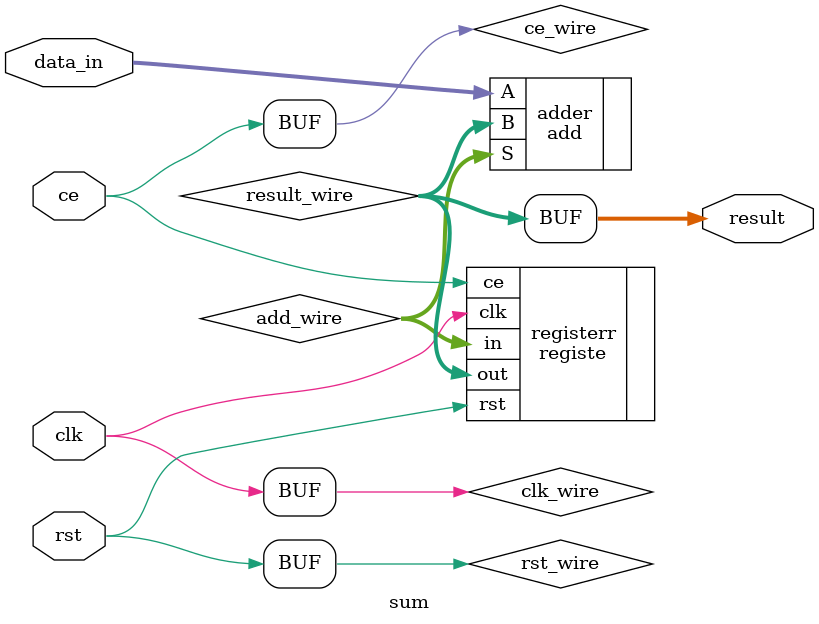
<source format=v>
`timescale 1ns / 1ps


module sum(
input [10:0] data_in,
    input rst,
    input ce,
    input clk,
    output [30:0] result
    );
    
    wire [30:0] result_wire;
    wire [30:0] add_wire;
    wire ce_wire;
    wire rst_wire;
    wire clk_wire;
    
    assign result = result_wire;
    assign ce_wire = ce;
    assign rst_wire = rst;
    assign clk_wire = clk;
    
    add adder
    (
      .A(data_in),
      .B(result_wire),
      .S(add_wire)
    );
    
    registe registerr
    (
     .rst(rst_wire),
     .clk(clk_wire),
     .ce(ce_wire),
     .in(add_wire),
     .out(result_wire)
    );
endmodule


</source>
